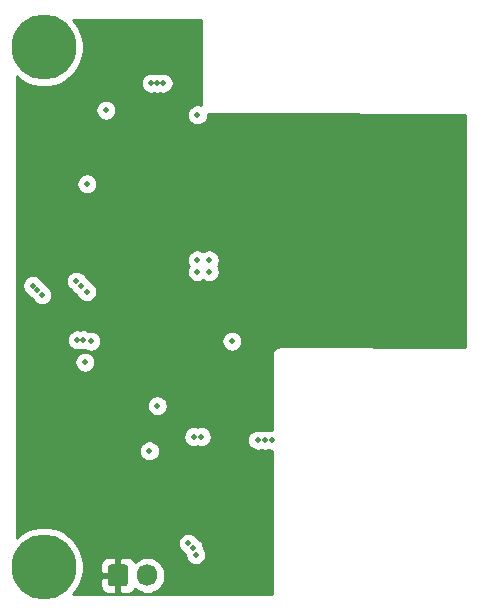
<source format=gbr>
G04 #@! TF.GenerationSoftware,KiCad,Pcbnew,(5.1.9)-1*
G04 #@! TF.CreationDate,2021-02-02T20:04:29-05:00*
G04 #@! TF.ProjectId,ZeroPilot,5a65726f-5069-46c6-9f74-2e6b69636164,rev?*
G04 #@! TF.SameCoordinates,Original*
G04 #@! TF.FileFunction,Copper,L2,Inr*
G04 #@! TF.FilePolarity,Positive*
%FSLAX46Y46*%
G04 Gerber Fmt 4.6, Leading zero omitted, Abs format (unit mm)*
G04 Created by KiCad (PCBNEW (5.1.9)-1) date 2021-02-02 20:04:29*
%MOMM*%
%LPD*%
G01*
G04 APERTURE LIST*
G04 #@! TA.AperFunction,ComponentPad*
%ADD10O,1.700000X1.850000*%
G04 #@! TD*
G04 #@! TA.AperFunction,ComponentPad*
%ADD11C,5.500000*%
G04 #@! TD*
G04 #@! TA.AperFunction,ViaPad*
%ADD12C,0.508000*%
G04 #@! TD*
G04 #@! TA.AperFunction,Conductor*
%ADD13C,0.254000*%
G04 #@! TD*
G04 #@! TA.AperFunction,Conductor*
%ADD14C,0.100000*%
G04 #@! TD*
G04 APERTURE END LIST*
D10*
X61771000Y-147714000D03*
G04 #@! TA.AperFunction,ComponentPad*
G36*
G01*
X58421000Y-148389000D02*
X58421000Y-147039000D01*
G75*
G02*
X58671000Y-146789000I250000J0D01*
G01*
X59871000Y-146789000D01*
G75*
G02*
X60121000Y-147039000I0J-250000D01*
G01*
X60121000Y-148389000D01*
G75*
G02*
X59871000Y-148639000I-250000J0D01*
G01*
X58671000Y-148639000D01*
G75*
G02*
X58421000Y-148389000I0J250000D01*
G01*
G37*
G04 #@! TD.AperFunction*
D11*
X53000000Y-147000000D03*
X53000000Y-103000000D03*
D12*
X66320000Y-135967000D03*
X72339799Y-136271799D03*
X71729201Y-136271799D03*
X71094201Y-136271799D03*
X65684000Y-135967000D03*
X68542000Y-140475000D03*
X69190000Y-140462000D03*
X66383000Y-139967000D03*
X67526000Y-144031000D03*
X53556006Y-135395000D03*
X54044625Y-134994625D03*
X51397000Y-130188000D03*
X56858000Y-122314000D03*
X53683000Y-108725000D03*
X59271000Y-104788000D03*
X59017000Y-129172000D03*
X60160000Y-112281000D03*
X59779000Y-111900000D03*
X67373600Y-129807000D03*
X64732000Y-104534000D03*
X67078960Y-123436680D03*
X82842200Y-117005400D03*
X55753000Y-122809000D03*
X56642000Y-114554000D03*
X56985000Y-127902000D03*
X62078000Y-106045000D03*
X62586000Y-106045000D03*
X63094000Y-106045000D03*
X56185000Y-123241000D03*
X56629500Y-123685500D03*
X55842300Y-127774700D03*
X56350300Y-127774700D03*
X58255000Y-108344000D03*
X66002000Y-108725000D03*
X68923000Y-127902000D03*
X67000000Y-121000000D03*
X66000000Y-121000000D03*
X66000000Y-122000000D03*
X67000000Y-122000000D03*
X52832000Y-123951996D03*
X65659000Y-145415000D03*
X65240100Y-144996100D03*
X65854000Y-145957000D03*
X52438502Y-123558498D03*
X52057502Y-123177498D03*
X62611000Y-133350000D03*
X56477000Y-129680000D03*
X61938000Y-137173000D03*
D13*
X66315001Y-107892403D02*
X66261312Y-107870164D01*
X66089559Y-107836000D01*
X65914441Y-107836000D01*
X65742688Y-107870164D01*
X65580901Y-107937179D01*
X65435296Y-108034469D01*
X65311469Y-108158296D01*
X65214179Y-108303901D01*
X65147164Y-108465688D01*
X65113000Y-108637441D01*
X65113000Y-108812559D01*
X65147164Y-108984312D01*
X65214179Y-109146099D01*
X65311469Y-109291704D01*
X65435296Y-109415531D01*
X65580901Y-109512821D01*
X65742688Y-109579836D01*
X65914441Y-109614000D01*
X66089559Y-109614000D01*
X66261312Y-109579836D01*
X66423099Y-109512821D01*
X66568704Y-109415531D01*
X66692531Y-109291704D01*
X66789821Y-109146099D01*
X66856836Y-108984312D01*
X66891000Y-108812559D01*
X66891000Y-108677578D01*
X66966353Y-108685000D01*
X67000000Y-108688314D01*
X67033647Y-108685000D01*
X70998513Y-108685000D01*
X88685000Y-108771652D01*
X88685001Y-128358115D01*
X73034595Y-128315093D01*
X73000000Y-128311686D01*
X72933482Y-128318238D01*
X72867574Y-128324546D01*
X72866667Y-128324818D01*
X72865717Y-128324912D01*
X72801763Y-128344312D01*
X72738344Y-128363360D01*
X72737509Y-128363804D01*
X72736594Y-128364081D01*
X72677733Y-128395543D01*
X72619168Y-128426639D01*
X72618432Y-128427239D01*
X72617593Y-128427688D01*
X72566210Y-128469858D01*
X72514629Y-128511953D01*
X72514022Y-128512688D01*
X72513289Y-128513290D01*
X72471092Y-128564707D01*
X72428742Y-128616022D01*
X72428292Y-128616857D01*
X72427688Y-128617594D01*
X72396287Y-128676342D01*
X72364808Y-128734847D01*
X72364530Y-128735756D01*
X72364081Y-128736595D01*
X72344753Y-128800309D01*
X72325284Y-128863862D01*
X72325188Y-128864807D01*
X72324912Y-128865718D01*
X72318381Y-128932023D01*
X72311689Y-128998108D01*
X72315000Y-129032698D01*
X72315000Y-135382799D01*
X72252240Y-135382799D01*
X72080487Y-135416963D01*
X72034500Y-135436012D01*
X71988513Y-135416963D01*
X71816760Y-135382799D01*
X71641642Y-135382799D01*
X71469889Y-135416963D01*
X71411701Y-135441065D01*
X71353513Y-135416963D01*
X71181760Y-135382799D01*
X71006642Y-135382799D01*
X70834889Y-135416963D01*
X70673102Y-135483978D01*
X70527497Y-135581268D01*
X70403670Y-135705095D01*
X70306380Y-135850700D01*
X70239365Y-136012487D01*
X70205201Y-136184240D01*
X70205201Y-136359358D01*
X70239365Y-136531111D01*
X70306380Y-136692898D01*
X70403670Y-136838503D01*
X70527497Y-136962330D01*
X70673102Y-137059620D01*
X70834889Y-137126635D01*
X71006642Y-137160799D01*
X71181760Y-137160799D01*
X71353513Y-137126635D01*
X71411701Y-137102533D01*
X71469889Y-137126635D01*
X71641642Y-137160799D01*
X71816760Y-137160799D01*
X71988513Y-137126635D01*
X72034500Y-137107586D01*
X72080487Y-137126635D01*
X72252240Y-137160799D01*
X72315000Y-137160799D01*
X72315001Y-149315000D01*
X55472114Y-149315000D01*
X55629302Y-149157812D01*
X55975960Y-148639000D01*
X57782928Y-148639000D01*
X57795188Y-148763482D01*
X57831498Y-148883180D01*
X57890463Y-148993494D01*
X57969815Y-149090185D01*
X58066506Y-149169537D01*
X58176820Y-149228502D01*
X58296518Y-149264812D01*
X58421000Y-149277072D01*
X58985250Y-149274000D01*
X59144000Y-149115250D01*
X59144000Y-147841000D01*
X57944750Y-147841000D01*
X57786000Y-147999750D01*
X57782928Y-148639000D01*
X55975960Y-148639000D01*
X55999748Y-148603399D01*
X56254917Y-147987368D01*
X56385000Y-147333393D01*
X56385000Y-146789000D01*
X57782928Y-146789000D01*
X57786000Y-147428250D01*
X57944750Y-147587000D01*
X59144000Y-147587000D01*
X59144000Y-146312750D01*
X59398000Y-146312750D01*
X59398000Y-147587000D01*
X59418000Y-147587000D01*
X59418000Y-147841000D01*
X59398000Y-147841000D01*
X59398000Y-149115250D01*
X59556750Y-149274000D01*
X60121000Y-149277072D01*
X60245482Y-149264812D01*
X60365180Y-149228502D01*
X60475494Y-149169537D01*
X60572185Y-149090185D01*
X60651537Y-148993494D01*
X60710502Y-148883180D01*
X60721055Y-148848392D01*
X60941987Y-149029706D01*
X61199967Y-149167599D01*
X61479890Y-149252513D01*
X61771000Y-149281185D01*
X62062111Y-149252513D01*
X62342034Y-149167599D01*
X62600014Y-149029706D01*
X62826134Y-148844134D01*
X63011706Y-148618013D01*
X63149599Y-148360033D01*
X63234513Y-148080110D01*
X63256000Y-147861949D01*
X63256000Y-147566050D01*
X63234513Y-147347889D01*
X63149599Y-147067966D01*
X63011706Y-146809986D01*
X62826134Y-146583866D01*
X62600013Y-146398294D01*
X62342033Y-146260401D01*
X62062110Y-146175487D01*
X61771000Y-146146815D01*
X61479889Y-146175487D01*
X61199966Y-146260401D01*
X60941986Y-146398294D01*
X60721055Y-146579608D01*
X60710502Y-146544820D01*
X60651537Y-146434506D01*
X60572185Y-146337815D01*
X60475494Y-146258463D01*
X60365180Y-146199498D01*
X60245482Y-146163188D01*
X60121000Y-146150928D01*
X59556750Y-146154000D01*
X59398000Y-146312750D01*
X59144000Y-146312750D01*
X58985250Y-146154000D01*
X58421000Y-146150928D01*
X58296518Y-146163188D01*
X58176820Y-146199498D01*
X58066506Y-146258463D01*
X57969815Y-146337815D01*
X57890463Y-146434506D01*
X57831498Y-146544820D01*
X57795188Y-146664518D01*
X57782928Y-146789000D01*
X56385000Y-146789000D01*
X56385000Y-146666607D01*
X56254917Y-146012632D01*
X55999748Y-145396601D01*
X55673638Y-144908541D01*
X64351100Y-144908541D01*
X64351100Y-145083659D01*
X64385264Y-145255412D01*
X64452279Y-145417199D01*
X64549569Y-145562804D01*
X64673396Y-145686631D01*
X64819001Y-145783921D01*
X64855896Y-145799204D01*
X64871179Y-145836099D01*
X64965000Y-145976512D01*
X64965000Y-146044559D01*
X64999164Y-146216312D01*
X65066179Y-146378099D01*
X65163469Y-146523704D01*
X65287296Y-146647531D01*
X65432901Y-146744821D01*
X65594688Y-146811836D01*
X65766441Y-146846000D01*
X65941559Y-146846000D01*
X66113312Y-146811836D01*
X66275099Y-146744821D01*
X66420704Y-146647531D01*
X66544531Y-146523704D01*
X66641821Y-146378099D01*
X66708836Y-146216312D01*
X66743000Y-146044559D01*
X66743000Y-145869441D01*
X66708836Y-145697688D01*
X66641821Y-145535901D01*
X66548000Y-145395488D01*
X66548000Y-145327441D01*
X66513836Y-145155688D01*
X66446821Y-144993901D01*
X66349531Y-144848296D01*
X66225704Y-144724469D01*
X66080099Y-144627179D01*
X66043204Y-144611896D01*
X66027921Y-144575001D01*
X65930631Y-144429396D01*
X65806804Y-144305569D01*
X65661199Y-144208279D01*
X65499412Y-144141264D01*
X65327659Y-144107100D01*
X65152541Y-144107100D01*
X64980788Y-144141264D01*
X64819001Y-144208279D01*
X64673396Y-144305569D01*
X64549569Y-144429396D01*
X64452279Y-144575001D01*
X64385264Y-144736788D01*
X64351100Y-144908541D01*
X55673638Y-144908541D01*
X55629302Y-144842188D01*
X55157812Y-144370698D01*
X54603399Y-144000252D01*
X53987368Y-143745083D01*
X53333393Y-143615000D01*
X52666607Y-143615000D01*
X52012632Y-143745083D01*
X51396601Y-144000252D01*
X50842188Y-144370698D01*
X50685000Y-144527886D01*
X50685000Y-137085441D01*
X61049000Y-137085441D01*
X61049000Y-137260559D01*
X61083164Y-137432312D01*
X61150179Y-137594099D01*
X61247469Y-137739704D01*
X61371296Y-137863531D01*
X61516901Y-137960821D01*
X61678688Y-138027836D01*
X61850441Y-138062000D01*
X62025559Y-138062000D01*
X62197312Y-138027836D01*
X62359099Y-137960821D01*
X62504704Y-137863531D01*
X62628531Y-137739704D01*
X62725821Y-137594099D01*
X62792836Y-137432312D01*
X62827000Y-137260559D01*
X62827000Y-137085441D01*
X62792836Y-136913688D01*
X62725821Y-136751901D01*
X62628531Y-136606296D01*
X62504704Y-136482469D01*
X62359099Y-136385179D01*
X62197312Y-136318164D01*
X62025559Y-136284000D01*
X61850441Y-136284000D01*
X61678688Y-136318164D01*
X61516901Y-136385179D01*
X61371296Y-136482469D01*
X61247469Y-136606296D01*
X61150179Y-136751901D01*
X61083164Y-136913688D01*
X61049000Y-137085441D01*
X50685000Y-137085441D01*
X50685000Y-135879441D01*
X64795000Y-135879441D01*
X64795000Y-136054559D01*
X64829164Y-136226312D01*
X64896179Y-136388099D01*
X64993469Y-136533704D01*
X65117296Y-136657531D01*
X65262901Y-136754821D01*
X65424688Y-136821836D01*
X65596441Y-136856000D01*
X65771559Y-136856000D01*
X65943312Y-136821836D01*
X66002000Y-136797526D01*
X66060688Y-136821836D01*
X66232441Y-136856000D01*
X66407559Y-136856000D01*
X66579312Y-136821836D01*
X66741099Y-136754821D01*
X66886704Y-136657531D01*
X67010531Y-136533704D01*
X67107821Y-136388099D01*
X67174836Y-136226312D01*
X67209000Y-136054559D01*
X67209000Y-135879441D01*
X67174836Y-135707688D01*
X67107821Y-135545901D01*
X67010531Y-135400296D01*
X66886704Y-135276469D01*
X66741099Y-135179179D01*
X66579312Y-135112164D01*
X66407559Y-135078000D01*
X66232441Y-135078000D01*
X66060688Y-135112164D01*
X66002000Y-135136474D01*
X65943312Y-135112164D01*
X65771559Y-135078000D01*
X65596441Y-135078000D01*
X65424688Y-135112164D01*
X65262901Y-135179179D01*
X65117296Y-135276469D01*
X64993469Y-135400296D01*
X64896179Y-135545901D01*
X64829164Y-135707688D01*
X64795000Y-135879441D01*
X50685000Y-135879441D01*
X50685000Y-133262441D01*
X61722000Y-133262441D01*
X61722000Y-133437559D01*
X61756164Y-133609312D01*
X61823179Y-133771099D01*
X61920469Y-133916704D01*
X62044296Y-134040531D01*
X62189901Y-134137821D01*
X62351688Y-134204836D01*
X62523441Y-134239000D01*
X62698559Y-134239000D01*
X62870312Y-134204836D01*
X63032099Y-134137821D01*
X63177704Y-134040531D01*
X63301531Y-133916704D01*
X63398821Y-133771099D01*
X63465836Y-133609312D01*
X63500000Y-133437559D01*
X63500000Y-133262441D01*
X63465836Y-133090688D01*
X63398821Y-132928901D01*
X63301531Y-132783296D01*
X63177704Y-132659469D01*
X63032099Y-132562179D01*
X62870312Y-132495164D01*
X62698559Y-132461000D01*
X62523441Y-132461000D01*
X62351688Y-132495164D01*
X62189901Y-132562179D01*
X62044296Y-132659469D01*
X61920469Y-132783296D01*
X61823179Y-132928901D01*
X61756164Y-133090688D01*
X61722000Y-133262441D01*
X50685000Y-133262441D01*
X50685000Y-129592441D01*
X55588000Y-129592441D01*
X55588000Y-129767559D01*
X55622164Y-129939312D01*
X55689179Y-130101099D01*
X55786469Y-130246704D01*
X55910296Y-130370531D01*
X56055901Y-130467821D01*
X56217688Y-130534836D01*
X56389441Y-130569000D01*
X56564559Y-130569000D01*
X56736312Y-130534836D01*
X56898099Y-130467821D01*
X57043704Y-130370531D01*
X57167531Y-130246704D01*
X57264821Y-130101099D01*
X57331836Y-129939312D01*
X57366000Y-129767559D01*
X57366000Y-129592441D01*
X57331836Y-129420688D01*
X57264821Y-129258901D01*
X57167531Y-129113296D01*
X57043704Y-128989469D01*
X56898099Y-128892179D01*
X56736312Y-128825164D01*
X56564559Y-128791000D01*
X56389441Y-128791000D01*
X56217688Y-128825164D01*
X56055901Y-128892179D01*
X55910296Y-128989469D01*
X55786469Y-129113296D01*
X55689179Y-129258901D01*
X55622164Y-129420688D01*
X55588000Y-129592441D01*
X50685000Y-129592441D01*
X50685000Y-127687141D01*
X54953300Y-127687141D01*
X54953300Y-127862259D01*
X54987464Y-128034012D01*
X55054479Y-128195799D01*
X55151769Y-128341404D01*
X55275596Y-128465231D01*
X55421201Y-128562521D01*
X55582988Y-128629536D01*
X55754741Y-128663700D01*
X55929859Y-128663700D01*
X56096300Y-128630593D01*
X56262741Y-128663700D01*
X56437859Y-128663700D01*
X56504862Y-128650372D01*
X56563901Y-128689821D01*
X56725688Y-128756836D01*
X56897441Y-128791000D01*
X57072559Y-128791000D01*
X57244312Y-128756836D01*
X57406099Y-128689821D01*
X57551704Y-128592531D01*
X57675531Y-128468704D01*
X57772821Y-128323099D01*
X57839836Y-128161312D01*
X57874000Y-127989559D01*
X57874000Y-127814441D01*
X68034000Y-127814441D01*
X68034000Y-127989559D01*
X68068164Y-128161312D01*
X68135179Y-128323099D01*
X68232469Y-128468704D01*
X68356296Y-128592531D01*
X68501901Y-128689821D01*
X68663688Y-128756836D01*
X68835441Y-128791000D01*
X69010559Y-128791000D01*
X69182312Y-128756836D01*
X69344099Y-128689821D01*
X69489704Y-128592531D01*
X69613531Y-128468704D01*
X69710821Y-128323099D01*
X69777836Y-128161312D01*
X69812000Y-127989559D01*
X69812000Y-127814441D01*
X69777836Y-127642688D01*
X69710821Y-127480901D01*
X69613531Y-127335296D01*
X69489704Y-127211469D01*
X69344099Y-127114179D01*
X69182312Y-127047164D01*
X69010559Y-127013000D01*
X68835441Y-127013000D01*
X68663688Y-127047164D01*
X68501901Y-127114179D01*
X68356296Y-127211469D01*
X68232469Y-127335296D01*
X68135179Y-127480901D01*
X68068164Y-127642688D01*
X68034000Y-127814441D01*
X57874000Y-127814441D01*
X57839836Y-127642688D01*
X57772821Y-127480901D01*
X57675531Y-127335296D01*
X57551704Y-127211469D01*
X57406099Y-127114179D01*
X57244312Y-127047164D01*
X57072559Y-127013000D01*
X56897441Y-127013000D01*
X56830438Y-127026328D01*
X56771399Y-126986879D01*
X56609612Y-126919864D01*
X56437859Y-126885700D01*
X56262741Y-126885700D01*
X56096300Y-126918807D01*
X55929859Y-126885700D01*
X55754741Y-126885700D01*
X55582988Y-126919864D01*
X55421201Y-126986879D01*
X55275596Y-127084169D01*
X55151769Y-127207996D01*
X55054479Y-127353601D01*
X54987464Y-127515388D01*
X54953300Y-127687141D01*
X50685000Y-127687141D01*
X50685000Y-123089939D01*
X51168502Y-123089939D01*
X51168502Y-123265057D01*
X51202666Y-123436810D01*
X51269681Y-123598597D01*
X51366971Y-123744202D01*
X51490798Y-123868029D01*
X51636403Y-123965319D01*
X51646499Y-123969501D01*
X51650681Y-123979597D01*
X51747971Y-124125202D01*
X51871798Y-124249029D01*
X52017403Y-124346319D01*
X52036336Y-124354162D01*
X52044179Y-124373095D01*
X52141469Y-124518700D01*
X52265296Y-124642527D01*
X52410901Y-124739817D01*
X52572688Y-124806832D01*
X52744441Y-124840996D01*
X52919559Y-124840996D01*
X53091312Y-124806832D01*
X53253099Y-124739817D01*
X53398704Y-124642527D01*
X53522531Y-124518700D01*
X53619821Y-124373095D01*
X53686836Y-124211308D01*
X53721000Y-124039555D01*
X53721000Y-123864437D01*
X53686836Y-123692684D01*
X53619821Y-123530897D01*
X53522531Y-123385292D01*
X53398704Y-123261465D01*
X53253099Y-123164175D01*
X53234166Y-123156332D01*
X53226323Y-123137399D01*
X53129033Y-122991794D01*
X53005206Y-122867967D01*
X52859601Y-122770677D01*
X52849505Y-122766495D01*
X52845323Y-122756399D01*
X52821965Y-122721441D01*
X54864000Y-122721441D01*
X54864000Y-122896559D01*
X54898164Y-123068312D01*
X54965179Y-123230099D01*
X55062469Y-123375704D01*
X55186296Y-123499531D01*
X55331901Y-123596821D01*
X55378059Y-123615941D01*
X55397179Y-123662099D01*
X55494469Y-123807704D01*
X55618296Y-123931531D01*
X55763901Y-124028821D01*
X55818898Y-124051602D01*
X55841679Y-124106599D01*
X55938969Y-124252204D01*
X56062796Y-124376031D01*
X56208401Y-124473321D01*
X56370188Y-124540336D01*
X56541941Y-124574500D01*
X56717059Y-124574500D01*
X56888812Y-124540336D01*
X57050599Y-124473321D01*
X57196204Y-124376031D01*
X57320031Y-124252204D01*
X57417321Y-124106599D01*
X57484336Y-123944812D01*
X57518500Y-123773059D01*
X57518500Y-123597941D01*
X57484336Y-123426188D01*
X57417321Y-123264401D01*
X57320031Y-123118796D01*
X57196204Y-122994969D01*
X57050599Y-122897679D01*
X56995602Y-122874898D01*
X56972821Y-122819901D01*
X56875531Y-122674296D01*
X56751704Y-122550469D01*
X56606099Y-122453179D01*
X56559941Y-122434059D01*
X56540821Y-122387901D01*
X56443531Y-122242296D01*
X56319704Y-122118469D01*
X56174099Y-122021179D01*
X56012312Y-121954164D01*
X55840559Y-121920000D01*
X55665441Y-121920000D01*
X55493688Y-121954164D01*
X55331901Y-122021179D01*
X55186296Y-122118469D01*
X55062469Y-122242296D01*
X54965179Y-122387901D01*
X54898164Y-122549688D01*
X54864000Y-122721441D01*
X52821965Y-122721441D01*
X52748033Y-122610794D01*
X52624206Y-122486967D01*
X52478601Y-122389677D01*
X52316814Y-122322662D01*
X52145061Y-122288498D01*
X51969943Y-122288498D01*
X51798190Y-122322662D01*
X51636403Y-122389677D01*
X51490798Y-122486967D01*
X51366971Y-122610794D01*
X51269681Y-122756399D01*
X51202666Y-122918186D01*
X51168502Y-123089939D01*
X50685000Y-123089939D01*
X50685000Y-120912441D01*
X65111000Y-120912441D01*
X65111000Y-121087559D01*
X65145164Y-121259312D01*
X65212179Y-121421099D01*
X65264899Y-121500000D01*
X65212179Y-121578901D01*
X65145164Y-121740688D01*
X65111000Y-121912441D01*
X65111000Y-122087559D01*
X65145164Y-122259312D01*
X65212179Y-122421099D01*
X65309469Y-122566704D01*
X65433296Y-122690531D01*
X65578901Y-122787821D01*
X65740688Y-122854836D01*
X65912441Y-122889000D01*
X66087559Y-122889000D01*
X66259312Y-122854836D01*
X66421099Y-122787821D01*
X66500000Y-122735101D01*
X66578901Y-122787821D01*
X66740688Y-122854836D01*
X66912441Y-122889000D01*
X67087559Y-122889000D01*
X67259312Y-122854836D01*
X67421099Y-122787821D01*
X67566704Y-122690531D01*
X67690531Y-122566704D01*
X67787821Y-122421099D01*
X67854836Y-122259312D01*
X67889000Y-122087559D01*
X67889000Y-121912441D01*
X67854836Y-121740688D01*
X67787821Y-121578901D01*
X67735101Y-121500000D01*
X67787821Y-121421099D01*
X67854836Y-121259312D01*
X67889000Y-121087559D01*
X67889000Y-120912441D01*
X67854836Y-120740688D01*
X67787821Y-120578901D01*
X67690531Y-120433296D01*
X67566704Y-120309469D01*
X67421099Y-120212179D01*
X67259312Y-120145164D01*
X67087559Y-120111000D01*
X66912441Y-120111000D01*
X66740688Y-120145164D01*
X66578901Y-120212179D01*
X66500000Y-120264899D01*
X66421099Y-120212179D01*
X66259312Y-120145164D01*
X66087559Y-120111000D01*
X65912441Y-120111000D01*
X65740688Y-120145164D01*
X65578901Y-120212179D01*
X65433296Y-120309469D01*
X65309469Y-120433296D01*
X65212179Y-120578901D01*
X65145164Y-120740688D01*
X65111000Y-120912441D01*
X50685000Y-120912441D01*
X50685000Y-114466441D01*
X55753000Y-114466441D01*
X55753000Y-114641559D01*
X55787164Y-114813312D01*
X55854179Y-114975099D01*
X55951469Y-115120704D01*
X56075296Y-115244531D01*
X56220901Y-115341821D01*
X56382688Y-115408836D01*
X56554441Y-115443000D01*
X56729559Y-115443000D01*
X56901312Y-115408836D01*
X57063099Y-115341821D01*
X57208704Y-115244531D01*
X57332531Y-115120704D01*
X57429821Y-114975099D01*
X57496836Y-114813312D01*
X57531000Y-114641559D01*
X57531000Y-114466441D01*
X57496836Y-114294688D01*
X57429821Y-114132901D01*
X57332531Y-113987296D01*
X57208704Y-113863469D01*
X57063099Y-113766179D01*
X56901312Y-113699164D01*
X56729559Y-113665000D01*
X56554441Y-113665000D01*
X56382688Y-113699164D01*
X56220901Y-113766179D01*
X56075296Y-113863469D01*
X55951469Y-113987296D01*
X55854179Y-114132901D01*
X55787164Y-114294688D01*
X55753000Y-114466441D01*
X50685000Y-114466441D01*
X50685000Y-108256441D01*
X57366000Y-108256441D01*
X57366000Y-108431559D01*
X57400164Y-108603312D01*
X57467179Y-108765099D01*
X57564469Y-108910704D01*
X57688296Y-109034531D01*
X57833901Y-109131821D01*
X57995688Y-109198836D01*
X58167441Y-109233000D01*
X58342559Y-109233000D01*
X58514312Y-109198836D01*
X58676099Y-109131821D01*
X58821704Y-109034531D01*
X58945531Y-108910704D01*
X59042821Y-108765099D01*
X59109836Y-108603312D01*
X59144000Y-108431559D01*
X59144000Y-108256441D01*
X59109836Y-108084688D01*
X59042821Y-107922901D01*
X58945531Y-107777296D01*
X58821704Y-107653469D01*
X58676099Y-107556179D01*
X58514312Y-107489164D01*
X58342559Y-107455000D01*
X58167441Y-107455000D01*
X57995688Y-107489164D01*
X57833901Y-107556179D01*
X57688296Y-107653469D01*
X57564469Y-107777296D01*
X57467179Y-107922901D01*
X57400164Y-108084688D01*
X57366000Y-108256441D01*
X50685000Y-108256441D01*
X50685000Y-105472114D01*
X50842188Y-105629302D01*
X51396601Y-105999748D01*
X52012632Y-106254917D01*
X52666607Y-106385000D01*
X53333393Y-106385000D01*
X53987368Y-106254917D01*
X54603399Y-105999748D01*
X54666716Y-105957441D01*
X61189000Y-105957441D01*
X61189000Y-106132559D01*
X61223164Y-106304312D01*
X61290179Y-106466099D01*
X61387469Y-106611704D01*
X61511296Y-106735531D01*
X61656901Y-106832821D01*
X61818688Y-106899836D01*
X61990441Y-106934000D01*
X62165559Y-106934000D01*
X62332000Y-106900893D01*
X62498441Y-106934000D01*
X62673559Y-106934000D01*
X62840000Y-106900893D01*
X63006441Y-106934000D01*
X63181559Y-106934000D01*
X63353312Y-106899836D01*
X63515099Y-106832821D01*
X63660704Y-106735531D01*
X63784531Y-106611704D01*
X63881821Y-106466099D01*
X63948836Y-106304312D01*
X63983000Y-106132559D01*
X63983000Y-105957441D01*
X63948836Y-105785688D01*
X63881821Y-105623901D01*
X63784531Y-105478296D01*
X63660704Y-105354469D01*
X63515099Y-105257179D01*
X63353312Y-105190164D01*
X63181559Y-105156000D01*
X63006441Y-105156000D01*
X62840000Y-105189107D01*
X62673559Y-105156000D01*
X62498441Y-105156000D01*
X62332000Y-105189107D01*
X62165559Y-105156000D01*
X61990441Y-105156000D01*
X61818688Y-105190164D01*
X61656901Y-105257179D01*
X61511296Y-105354469D01*
X61387469Y-105478296D01*
X61290179Y-105623901D01*
X61223164Y-105785688D01*
X61189000Y-105957441D01*
X54666716Y-105957441D01*
X55157812Y-105629302D01*
X55629302Y-105157812D01*
X55999748Y-104603399D01*
X56254917Y-103987368D01*
X56385000Y-103333393D01*
X56385000Y-102666607D01*
X56254917Y-102012632D01*
X55999748Y-101396601D01*
X55629302Y-100842188D01*
X55472114Y-100685000D01*
X66315000Y-100685000D01*
X66315001Y-107892403D01*
G04 #@! TA.AperFunction,Conductor*
D14*
G36*
X66315001Y-107892403D02*
G01*
X66261312Y-107870164D01*
X66089559Y-107836000D01*
X65914441Y-107836000D01*
X65742688Y-107870164D01*
X65580901Y-107937179D01*
X65435296Y-108034469D01*
X65311469Y-108158296D01*
X65214179Y-108303901D01*
X65147164Y-108465688D01*
X65113000Y-108637441D01*
X65113000Y-108812559D01*
X65147164Y-108984312D01*
X65214179Y-109146099D01*
X65311469Y-109291704D01*
X65435296Y-109415531D01*
X65580901Y-109512821D01*
X65742688Y-109579836D01*
X65914441Y-109614000D01*
X66089559Y-109614000D01*
X66261312Y-109579836D01*
X66423099Y-109512821D01*
X66568704Y-109415531D01*
X66692531Y-109291704D01*
X66789821Y-109146099D01*
X66856836Y-108984312D01*
X66891000Y-108812559D01*
X66891000Y-108677578D01*
X66966353Y-108685000D01*
X67000000Y-108688314D01*
X67033647Y-108685000D01*
X70998513Y-108685000D01*
X88685000Y-108771652D01*
X88685001Y-128358115D01*
X73034595Y-128315093D01*
X73000000Y-128311686D01*
X72933482Y-128318238D01*
X72867574Y-128324546D01*
X72866667Y-128324818D01*
X72865717Y-128324912D01*
X72801763Y-128344312D01*
X72738344Y-128363360D01*
X72737509Y-128363804D01*
X72736594Y-128364081D01*
X72677733Y-128395543D01*
X72619168Y-128426639D01*
X72618432Y-128427239D01*
X72617593Y-128427688D01*
X72566210Y-128469858D01*
X72514629Y-128511953D01*
X72514022Y-128512688D01*
X72513289Y-128513290D01*
X72471092Y-128564707D01*
X72428742Y-128616022D01*
X72428292Y-128616857D01*
X72427688Y-128617594D01*
X72396287Y-128676342D01*
X72364808Y-128734847D01*
X72364530Y-128735756D01*
X72364081Y-128736595D01*
X72344753Y-128800309D01*
X72325284Y-128863862D01*
X72325188Y-128864807D01*
X72324912Y-128865718D01*
X72318381Y-128932023D01*
X72311689Y-128998108D01*
X72315000Y-129032698D01*
X72315000Y-135382799D01*
X72252240Y-135382799D01*
X72080487Y-135416963D01*
X72034500Y-135436012D01*
X71988513Y-135416963D01*
X71816760Y-135382799D01*
X71641642Y-135382799D01*
X71469889Y-135416963D01*
X71411701Y-135441065D01*
X71353513Y-135416963D01*
X71181760Y-135382799D01*
X71006642Y-135382799D01*
X70834889Y-135416963D01*
X70673102Y-135483978D01*
X70527497Y-135581268D01*
X70403670Y-135705095D01*
X70306380Y-135850700D01*
X70239365Y-136012487D01*
X70205201Y-136184240D01*
X70205201Y-136359358D01*
X70239365Y-136531111D01*
X70306380Y-136692898D01*
X70403670Y-136838503D01*
X70527497Y-136962330D01*
X70673102Y-137059620D01*
X70834889Y-137126635D01*
X71006642Y-137160799D01*
X71181760Y-137160799D01*
X71353513Y-137126635D01*
X71411701Y-137102533D01*
X71469889Y-137126635D01*
X71641642Y-137160799D01*
X71816760Y-137160799D01*
X71988513Y-137126635D01*
X72034500Y-137107586D01*
X72080487Y-137126635D01*
X72252240Y-137160799D01*
X72315000Y-137160799D01*
X72315001Y-149315000D01*
X55472114Y-149315000D01*
X55629302Y-149157812D01*
X55975960Y-148639000D01*
X57782928Y-148639000D01*
X57795188Y-148763482D01*
X57831498Y-148883180D01*
X57890463Y-148993494D01*
X57969815Y-149090185D01*
X58066506Y-149169537D01*
X58176820Y-149228502D01*
X58296518Y-149264812D01*
X58421000Y-149277072D01*
X58985250Y-149274000D01*
X59144000Y-149115250D01*
X59144000Y-147841000D01*
X57944750Y-147841000D01*
X57786000Y-147999750D01*
X57782928Y-148639000D01*
X55975960Y-148639000D01*
X55999748Y-148603399D01*
X56254917Y-147987368D01*
X56385000Y-147333393D01*
X56385000Y-146789000D01*
X57782928Y-146789000D01*
X57786000Y-147428250D01*
X57944750Y-147587000D01*
X59144000Y-147587000D01*
X59144000Y-146312750D01*
X59398000Y-146312750D01*
X59398000Y-147587000D01*
X59418000Y-147587000D01*
X59418000Y-147841000D01*
X59398000Y-147841000D01*
X59398000Y-149115250D01*
X59556750Y-149274000D01*
X60121000Y-149277072D01*
X60245482Y-149264812D01*
X60365180Y-149228502D01*
X60475494Y-149169537D01*
X60572185Y-149090185D01*
X60651537Y-148993494D01*
X60710502Y-148883180D01*
X60721055Y-148848392D01*
X60941987Y-149029706D01*
X61199967Y-149167599D01*
X61479890Y-149252513D01*
X61771000Y-149281185D01*
X62062111Y-149252513D01*
X62342034Y-149167599D01*
X62600014Y-149029706D01*
X62826134Y-148844134D01*
X63011706Y-148618013D01*
X63149599Y-148360033D01*
X63234513Y-148080110D01*
X63256000Y-147861949D01*
X63256000Y-147566050D01*
X63234513Y-147347889D01*
X63149599Y-147067966D01*
X63011706Y-146809986D01*
X62826134Y-146583866D01*
X62600013Y-146398294D01*
X62342033Y-146260401D01*
X62062110Y-146175487D01*
X61771000Y-146146815D01*
X61479889Y-146175487D01*
X61199966Y-146260401D01*
X60941986Y-146398294D01*
X60721055Y-146579608D01*
X60710502Y-146544820D01*
X60651537Y-146434506D01*
X60572185Y-146337815D01*
X60475494Y-146258463D01*
X60365180Y-146199498D01*
X60245482Y-146163188D01*
X60121000Y-146150928D01*
X59556750Y-146154000D01*
X59398000Y-146312750D01*
X59144000Y-146312750D01*
X58985250Y-146154000D01*
X58421000Y-146150928D01*
X58296518Y-146163188D01*
X58176820Y-146199498D01*
X58066506Y-146258463D01*
X57969815Y-146337815D01*
X57890463Y-146434506D01*
X57831498Y-146544820D01*
X57795188Y-146664518D01*
X57782928Y-146789000D01*
X56385000Y-146789000D01*
X56385000Y-146666607D01*
X56254917Y-146012632D01*
X55999748Y-145396601D01*
X55673638Y-144908541D01*
X64351100Y-144908541D01*
X64351100Y-145083659D01*
X64385264Y-145255412D01*
X64452279Y-145417199D01*
X64549569Y-145562804D01*
X64673396Y-145686631D01*
X64819001Y-145783921D01*
X64855896Y-145799204D01*
X64871179Y-145836099D01*
X64965000Y-145976512D01*
X64965000Y-146044559D01*
X64999164Y-146216312D01*
X65066179Y-146378099D01*
X65163469Y-146523704D01*
X65287296Y-146647531D01*
X65432901Y-146744821D01*
X65594688Y-146811836D01*
X65766441Y-146846000D01*
X65941559Y-146846000D01*
X66113312Y-146811836D01*
X66275099Y-146744821D01*
X66420704Y-146647531D01*
X66544531Y-146523704D01*
X66641821Y-146378099D01*
X66708836Y-146216312D01*
X66743000Y-146044559D01*
X66743000Y-145869441D01*
X66708836Y-145697688D01*
X66641821Y-145535901D01*
X66548000Y-145395488D01*
X66548000Y-145327441D01*
X66513836Y-145155688D01*
X66446821Y-144993901D01*
X66349531Y-144848296D01*
X66225704Y-144724469D01*
X66080099Y-144627179D01*
X66043204Y-144611896D01*
X66027921Y-144575001D01*
X65930631Y-144429396D01*
X65806804Y-144305569D01*
X65661199Y-144208279D01*
X65499412Y-144141264D01*
X65327659Y-144107100D01*
X65152541Y-144107100D01*
X64980788Y-144141264D01*
X64819001Y-144208279D01*
X64673396Y-144305569D01*
X64549569Y-144429396D01*
X64452279Y-144575001D01*
X64385264Y-144736788D01*
X64351100Y-144908541D01*
X55673638Y-144908541D01*
X55629302Y-144842188D01*
X55157812Y-144370698D01*
X54603399Y-144000252D01*
X53987368Y-143745083D01*
X53333393Y-143615000D01*
X52666607Y-143615000D01*
X52012632Y-143745083D01*
X51396601Y-144000252D01*
X50842188Y-144370698D01*
X50685000Y-144527886D01*
X50685000Y-137085441D01*
X61049000Y-137085441D01*
X61049000Y-137260559D01*
X61083164Y-137432312D01*
X61150179Y-137594099D01*
X61247469Y-137739704D01*
X61371296Y-137863531D01*
X61516901Y-137960821D01*
X61678688Y-138027836D01*
X61850441Y-138062000D01*
X62025559Y-138062000D01*
X62197312Y-138027836D01*
X62359099Y-137960821D01*
X62504704Y-137863531D01*
X62628531Y-137739704D01*
X62725821Y-137594099D01*
X62792836Y-137432312D01*
X62827000Y-137260559D01*
X62827000Y-137085441D01*
X62792836Y-136913688D01*
X62725821Y-136751901D01*
X62628531Y-136606296D01*
X62504704Y-136482469D01*
X62359099Y-136385179D01*
X62197312Y-136318164D01*
X62025559Y-136284000D01*
X61850441Y-136284000D01*
X61678688Y-136318164D01*
X61516901Y-136385179D01*
X61371296Y-136482469D01*
X61247469Y-136606296D01*
X61150179Y-136751901D01*
X61083164Y-136913688D01*
X61049000Y-137085441D01*
X50685000Y-137085441D01*
X50685000Y-135879441D01*
X64795000Y-135879441D01*
X64795000Y-136054559D01*
X64829164Y-136226312D01*
X64896179Y-136388099D01*
X64993469Y-136533704D01*
X65117296Y-136657531D01*
X65262901Y-136754821D01*
X65424688Y-136821836D01*
X65596441Y-136856000D01*
X65771559Y-136856000D01*
X65943312Y-136821836D01*
X66002000Y-136797526D01*
X66060688Y-136821836D01*
X66232441Y-136856000D01*
X66407559Y-136856000D01*
X66579312Y-136821836D01*
X66741099Y-136754821D01*
X66886704Y-136657531D01*
X67010531Y-136533704D01*
X67107821Y-136388099D01*
X67174836Y-136226312D01*
X67209000Y-136054559D01*
X67209000Y-135879441D01*
X67174836Y-135707688D01*
X67107821Y-135545901D01*
X67010531Y-135400296D01*
X66886704Y-135276469D01*
X66741099Y-135179179D01*
X66579312Y-135112164D01*
X66407559Y-135078000D01*
X66232441Y-135078000D01*
X66060688Y-135112164D01*
X66002000Y-135136474D01*
X65943312Y-135112164D01*
X65771559Y-135078000D01*
X65596441Y-135078000D01*
X65424688Y-135112164D01*
X65262901Y-135179179D01*
X65117296Y-135276469D01*
X64993469Y-135400296D01*
X64896179Y-135545901D01*
X64829164Y-135707688D01*
X64795000Y-135879441D01*
X50685000Y-135879441D01*
X50685000Y-133262441D01*
X61722000Y-133262441D01*
X61722000Y-133437559D01*
X61756164Y-133609312D01*
X61823179Y-133771099D01*
X61920469Y-133916704D01*
X62044296Y-134040531D01*
X62189901Y-134137821D01*
X62351688Y-134204836D01*
X62523441Y-134239000D01*
X62698559Y-134239000D01*
X62870312Y-134204836D01*
X63032099Y-134137821D01*
X63177704Y-134040531D01*
X63301531Y-133916704D01*
X63398821Y-133771099D01*
X63465836Y-133609312D01*
X63500000Y-133437559D01*
X63500000Y-133262441D01*
X63465836Y-133090688D01*
X63398821Y-132928901D01*
X63301531Y-132783296D01*
X63177704Y-132659469D01*
X63032099Y-132562179D01*
X62870312Y-132495164D01*
X62698559Y-132461000D01*
X62523441Y-132461000D01*
X62351688Y-132495164D01*
X62189901Y-132562179D01*
X62044296Y-132659469D01*
X61920469Y-132783296D01*
X61823179Y-132928901D01*
X61756164Y-133090688D01*
X61722000Y-133262441D01*
X50685000Y-133262441D01*
X50685000Y-129592441D01*
X55588000Y-129592441D01*
X55588000Y-129767559D01*
X55622164Y-129939312D01*
X55689179Y-130101099D01*
X55786469Y-130246704D01*
X55910296Y-130370531D01*
X56055901Y-130467821D01*
X56217688Y-130534836D01*
X56389441Y-130569000D01*
X56564559Y-130569000D01*
X56736312Y-130534836D01*
X56898099Y-130467821D01*
X57043704Y-130370531D01*
X57167531Y-130246704D01*
X57264821Y-130101099D01*
X57331836Y-129939312D01*
X57366000Y-129767559D01*
X57366000Y-129592441D01*
X57331836Y-129420688D01*
X57264821Y-129258901D01*
X57167531Y-129113296D01*
X57043704Y-128989469D01*
X56898099Y-128892179D01*
X56736312Y-128825164D01*
X56564559Y-128791000D01*
X56389441Y-128791000D01*
X56217688Y-128825164D01*
X56055901Y-128892179D01*
X55910296Y-128989469D01*
X55786469Y-129113296D01*
X55689179Y-129258901D01*
X55622164Y-129420688D01*
X55588000Y-129592441D01*
X50685000Y-129592441D01*
X50685000Y-127687141D01*
X54953300Y-127687141D01*
X54953300Y-127862259D01*
X54987464Y-128034012D01*
X55054479Y-128195799D01*
X55151769Y-128341404D01*
X55275596Y-128465231D01*
X55421201Y-128562521D01*
X55582988Y-128629536D01*
X55754741Y-128663700D01*
X55929859Y-128663700D01*
X56096300Y-128630593D01*
X56262741Y-128663700D01*
X56437859Y-128663700D01*
X56504862Y-128650372D01*
X56563901Y-128689821D01*
X56725688Y-128756836D01*
X56897441Y-128791000D01*
X57072559Y-128791000D01*
X57244312Y-128756836D01*
X57406099Y-128689821D01*
X57551704Y-128592531D01*
X57675531Y-128468704D01*
X57772821Y-128323099D01*
X57839836Y-128161312D01*
X57874000Y-127989559D01*
X57874000Y-127814441D01*
X68034000Y-127814441D01*
X68034000Y-127989559D01*
X68068164Y-128161312D01*
X68135179Y-128323099D01*
X68232469Y-128468704D01*
X68356296Y-128592531D01*
X68501901Y-128689821D01*
X68663688Y-128756836D01*
X68835441Y-128791000D01*
X69010559Y-128791000D01*
X69182312Y-128756836D01*
X69344099Y-128689821D01*
X69489704Y-128592531D01*
X69613531Y-128468704D01*
X69710821Y-128323099D01*
X69777836Y-128161312D01*
X69812000Y-127989559D01*
X69812000Y-127814441D01*
X69777836Y-127642688D01*
X69710821Y-127480901D01*
X69613531Y-127335296D01*
X69489704Y-127211469D01*
X69344099Y-127114179D01*
X69182312Y-127047164D01*
X69010559Y-127013000D01*
X68835441Y-127013000D01*
X68663688Y-127047164D01*
X68501901Y-127114179D01*
X68356296Y-127211469D01*
X68232469Y-127335296D01*
X68135179Y-127480901D01*
X68068164Y-127642688D01*
X68034000Y-127814441D01*
X57874000Y-127814441D01*
X57839836Y-127642688D01*
X57772821Y-127480901D01*
X57675531Y-127335296D01*
X57551704Y-127211469D01*
X57406099Y-127114179D01*
X57244312Y-127047164D01*
X57072559Y-127013000D01*
X56897441Y-127013000D01*
X56830438Y-127026328D01*
X56771399Y-126986879D01*
X56609612Y-126919864D01*
X56437859Y-126885700D01*
X56262741Y-126885700D01*
X56096300Y-126918807D01*
X55929859Y-126885700D01*
X55754741Y-126885700D01*
X55582988Y-126919864D01*
X55421201Y-126986879D01*
X55275596Y-127084169D01*
X55151769Y-127207996D01*
X55054479Y-127353601D01*
X54987464Y-127515388D01*
X54953300Y-127687141D01*
X50685000Y-127687141D01*
X50685000Y-123089939D01*
X51168502Y-123089939D01*
X51168502Y-123265057D01*
X51202666Y-123436810D01*
X51269681Y-123598597D01*
X51366971Y-123744202D01*
X51490798Y-123868029D01*
X51636403Y-123965319D01*
X51646499Y-123969501D01*
X51650681Y-123979597D01*
X51747971Y-124125202D01*
X51871798Y-124249029D01*
X52017403Y-124346319D01*
X52036336Y-124354162D01*
X52044179Y-124373095D01*
X52141469Y-124518700D01*
X52265296Y-124642527D01*
X52410901Y-124739817D01*
X52572688Y-124806832D01*
X52744441Y-124840996D01*
X52919559Y-124840996D01*
X53091312Y-124806832D01*
X53253099Y-124739817D01*
X53398704Y-124642527D01*
X53522531Y-124518700D01*
X53619821Y-124373095D01*
X53686836Y-124211308D01*
X53721000Y-124039555D01*
X53721000Y-123864437D01*
X53686836Y-123692684D01*
X53619821Y-123530897D01*
X53522531Y-123385292D01*
X53398704Y-123261465D01*
X53253099Y-123164175D01*
X53234166Y-123156332D01*
X53226323Y-123137399D01*
X53129033Y-122991794D01*
X53005206Y-122867967D01*
X52859601Y-122770677D01*
X52849505Y-122766495D01*
X52845323Y-122756399D01*
X52821965Y-122721441D01*
X54864000Y-122721441D01*
X54864000Y-122896559D01*
X54898164Y-123068312D01*
X54965179Y-123230099D01*
X55062469Y-123375704D01*
X55186296Y-123499531D01*
X55331901Y-123596821D01*
X55378059Y-123615941D01*
X55397179Y-123662099D01*
X55494469Y-123807704D01*
X55618296Y-123931531D01*
X55763901Y-124028821D01*
X55818898Y-124051602D01*
X55841679Y-124106599D01*
X55938969Y-124252204D01*
X56062796Y-124376031D01*
X56208401Y-124473321D01*
X56370188Y-124540336D01*
X56541941Y-124574500D01*
X56717059Y-124574500D01*
X56888812Y-124540336D01*
X57050599Y-124473321D01*
X57196204Y-124376031D01*
X57320031Y-124252204D01*
X57417321Y-124106599D01*
X57484336Y-123944812D01*
X57518500Y-123773059D01*
X57518500Y-123597941D01*
X57484336Y-123426188D01*
X57417321Y-123264401D01*
X57320031Y-123118796D01*
X57196204Y-122994969D01*
X57050599Y-122897679D01*
X56995602Y-122874898D01*
X56972821Y-122819901D01*
X56875531Y-122674296D01*
X56751704Y-122550469D01*
X56606099Y-122453179D01*
X56559941Y-122434059D01*
X56540821Y-122387901D01*
X56443531Y-122242296D01*
X56319704Y-122118469D01*
X56174099Y-122021179D01*
X56012312Y-121954164D01*
X55840559Y-121920000D01*
X55665441Y-121920000D01*
X55493688Y-121954164D01*
X55331901Y-122021179D01*
X55186296Y-122118469D01*
X55062469Y-122242296D01*
X54965179Y-122387901D01*
X54898164Y-122549688D01*
X54864000Y-122721441D01*
X52821965Y-122721441D01*
X52748033Y-122610794D01*
X52624206Y-122486967D01*
X52478601Y-122389677D01*
X52316814Y-122322662D01*
X52145061Y-122288498D01*
X51969943Y-122288498D01*
X51798190Y-122322662D01*
X51636403Y-122389677D01*
X51490798Y-122486967D01*
X51366971Y-122610794D01*
X51269681Y-122756399D01*
X51202666Y-122918186D01*
X51168502Y-123089939D01*
X50685000Y-123089939D01*
X50685000Y-120912441D01*
X65111000Y-120912441D01*
X65111000Y-121087559D01*
X65145164Y-121259312D01*
X65212179Y-121421099D01*
X65264899Y-121500000D01*
X65212179Y-121578901D01*
X65145164Y-121740688D01*
X65111000Y-121912441D01*
X65111000Y-122087559D01*
X65145164Y-122259312D01*
X65212179Y-122421099D01*
X65309469Y-122566704D01*
X65433296Y-122690531D01*
X65578901Y-122787821D01*
X65740688Y-122854836D01*
X65912441Y-122889000D01*
X66087559Y-122889000D01*
X66259312Y-122854836D01*
X66421099Y-122787821D01*
X66500000Y-122735101D01*
X66578901Y-122787821D01*
X66740688Y-122854836D01*
X66912441Y-122889000D01*
X67087559Y-122889000D01*
X67259312Y-122854836D01*
X67421099Y-122787821D01*
X67566704Y-122690531D01*
X67690531Y-122566704D01*
X67787821Y-122421099D01*
X67854836Y-122259312D01*
X67889000Y-122087559D01*
X67889000Y-121912441D01*
X67854836Y-121740688D01*
X67787821Y-121578901D01*
X67735101Y-121500000D01*
X67787821Y-121421099D01*
X67854836Y-121259312D01*
X67889000Y-121087559D01*
X67889000Y-120912441D01*
X67854836Y-120740688D01*
X67787821Y-120578901D01*
X67690531Y-120433296D01*
X67566704Y-120309469D01*
X67421099Y-120212179D01*
X67259312Y-120145164D01*
X67087559Y-120111000D01*
X66912441Y-120111000D01*
X66740688Y-120145164D01*
X66578901Y-120212179D01*
X66500000Y-120264899D01*
X66421099Y-120212179D01*
X66259312Y-120145164D01*
X66087559Y-120111000D01*
X65912441Y-120111000D01*
X65740688Y-120145164D01*
X65578901Y-120212179D01*
X65433296Y-120309469D01*
X65309469Y-120433296D01*
X65212179Y-120578901D01*
X65145164Y-120740688D01*
X65111000Y-120912441D01*
X50685000Y-120912441D01*
X50685000Y-114466441D01*
X55753000Y-114466441D01*
X55753000Y-114641559D01*
X55787164Y-114813312D01*
X55854179Y-114975099D01*
X55951469Y-115120704D01*
X56075296Y-115244531D01*
X56220901Y-115341821D01*
X56382688Y-115408836D01*
X56554441Y-115443000D01*
X56729559Y-115443000D01*
X56901312Y-115408836D01*
X57063099Y-115341821D01*
X57208704Y-115244531D01*
X57332531Y-115120704D01*
X57429821Y-114975099D01*
X57496836Y-114813312D01*
X57531000Y-114641559D01*
X57531000Y-114466441D01*
X57496836Y-114294688D01*
X57429821Y-114132901D01*
X57332531Y-113987296D01*
X57208704Y-113863469D01*
X57063099Y-113766179D01*
X56901312Y-113699164D01*
X56729559Y-113665000D01*
X56554441Y-113665000D01*
X56382688Y-113699164D01*
X56220901Y-113766179D01*
X56075296Y-113863469D01*
X55951469Y-113987296D01*
X55854179Y-114132901D01*
X55787164Y-114294688D01*
X55753000Y-114466441D01*
X50685000Y-114466441D01*
X50685000Y-108256441D01*
X57366000Y-108256441D01*
X57366000Y-108431559D01*
X57400164Y-108603312D01*
X57467179Y-108765099D01*
X57564469Y-108910704D01*
X57688296Y-109034531D01*
X57833901Y-109131821D01*
X57995688Y-109198836D01*
X58167441Y-109233000D01*
X58342559Y-109233000D01*
X58514312Y-109198836D01*
X58676099Y-109131821D01*
X58821704Y-109034531D01*
X58945531Y-108910704D01*
X59042821Y-108765099D01*
X59109836Y-108603312D01*
X59144000Y-108431559D01*
X59144000Y-108256441D01*
X59109836Y-108084688D01*
X59042821Y-107922901D01*
X58945531Y-107777296D01*
X58821704Y-107653469D01*
X58676099Y-107556179D01*
X58514312Y-107489164D01*
X58342559Y-107455000D01*
X58167441Y-107455000D01*
X57995688Y-107489164D01*
X57833901Y-107556179D01*
X57688296Y-107653469D01*
X57564469Y-107777296D01*
X57467179Y-107922901D01*
X57400164Y-108084688D01*
X57366000Y-108256441D01*
X50685000Y-108256441D01*
X50685000Y-105472114D01*
X50842188Y-105629302D01*
X51396601Y-105999748D01*
X52012632Y-106254917D01*
X52666607Y-106385000D01*
X53333393Y-106385000D01*
X53987368Y-106254917D01*
X54603399Y-105999748D01*
X54666716Y-105957441D01*
X61189000Y-105957441D01*
X61189000Y-106132559D01*
X61223164Y-106304312D01*
X61290179Y-106466099D01*
X61387469Y-106611704D01*
X61511296Y-106735531D01*
X61656901Y-106832821D01*
X61818688Y-106899836D01*
X61990441Y-106934000D01*
X62165559Y-106934000D01*
X62332000Y-106900893D01*
X62498441Y-106934000D01*
X62673559Y-106934000D01*
X62840000Y-106900893D01*
X63006441Y-106934000D01*
X63181559Y-106934000D01*
X63353312Y-106899836D01*
X63515099Y-106832821D01*
X63660704Y-106735531D01*
X63784531Y-106611704D01*
X63881821Y-106466099D01*
X63948836Y-106304312D01*
X63983000Y-106132559D01*
X63983000Y-105957441D01*
X63948836Y-105785688D01*
X63881821Y-105623901D01*
X63784531Y-105478296D01*
X63660704Y-105354469D01*
X63515099Y-105257179D01*
X63353312Y-105190164D01*
X63181559Y-105156000D01*
X63006441Y-105156000D01*
X62840000Y-105189107D01*
X62673559Y-105156000D01*
X62498441Y-105156000D01*
X62332000Y-105189107D01*
X62165559Y-105156000D01*
X61990441Y-105156000D01*
X61818688Y-105190164D01*
X61656901Y-105257179D01*
X61511296Y-105354469D01*
X61387469Y-105478296D01*
X61290179Y-105623901D01*
X61223164Y-105785688D01*
X61189000Y-105957441D01*
X54666716Y-105957441D01*
X55157812Y-105629302D01*
X55629302Y-105157812D01*
X55999748Y-104603399D01*
X56254917Y-103987368D01*
X56385000Y-103333393D01*
X56385000Y-102666607D01*
X56254917Y-102012632D01*
X55999748Y-101396601D01*
X55629302Y-100842188D01*
X55472114Y-100685000D01*
X66315000Y-100685000D01*
X66315001Y-107892403D01*
G37*
G04 #@! TD.AperFunction*
M02*

</source>
